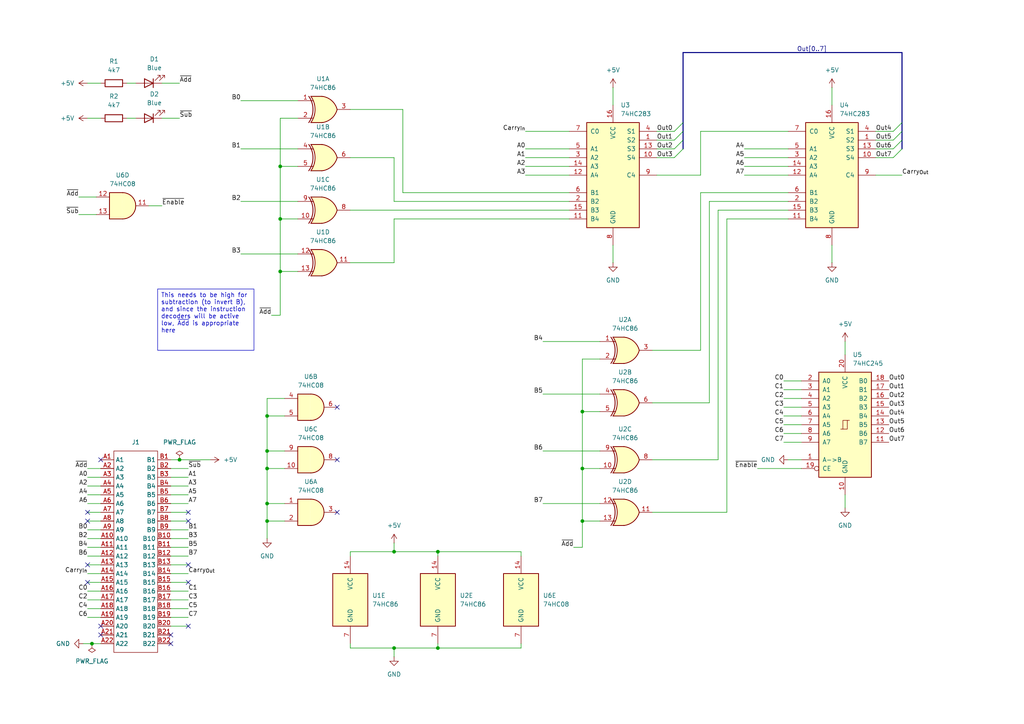
<source format=kicad_sch>
(kicad_sch (version 20231120) (generator "eeschema") (generator_version "8.0")
  (paper "A4")
  (lib_symbols
    (symbol "+5V_1" (power) (pin_numbers hide) (pin_names (offset 0) hide)
      (property "Value" "+5V" (at 0 3.556 0))
      (symbol "+5V_1_0_1"
        (polyline (pts (xy -0.762 1.27) (xy 0 2.54)))
        (polyline (pts (xy 0 0) (xy 0 2.54)))
        (polyline (pts (xy 0 2.54) (xy 0.762 1.27)))
      )
      (symbol "+5V_1_1_1"
        (pin power_in line (at 0 0 90) (length 0) (name "~") (number "1"))
      )
    )
    (symbol "+5V_2" (power) (pin_numbers hide) (pin_names (offset 0) hide)
      (property "Value" "+5V" (at 0 3.556 0))
      (symbol "+5V_2_0_1"
        (polyline (pts (xy -0.762 1.27) (xy 0 2.54)))
        (polyline (pts (xy 0 0) (xy 0 2.54)))
        (polyline (pts (xy 0 2.54) (xy 0.762 1.27)))
      )
      (symbol "+5V_2_1_1"
        (pin power_in line (at 0 0 90) (length 0) (name "~") (number "1"))
      )
    )
    (symbol "+5V_3" (power) (pin_numbers hide) (pin_names (offset 0) hide)
      (property "Value" "+5V" (at 0 3.556 0))
      (symbol "+5V_3_0_1"
        (polyline (pts (xy -0.762 1.27) (xy 0 2.54)))
        (polyline (pts (xy 0 0) (xy 0 2.54)))
        (polyline (pts (xy 0 2.54) (xy 0.762 1.27)))
      )
      (symbol "+5V_3_1_1"
        (pin power_in line (at 0 0 90) (length 0) (name "~") (number "1"))
      )
    )
    (symbol "74xx:74HC245" (pin_names (offset 1.016))
      (property "Reference" "U" (at -7.62 16.51 0))
      (property "Value" "74HC245" (at -7.62 -16.51 0))
      (symbol "74HC245_1_0"
        (polyline (pts (xy -0.635 -1.27) (xy -0.635 1.27) (xy 0.635 1.27)))
        (polyline (pts (xy -1.27 -1.27) (xy 0.635 -1.27) (xy 0.635 1.27) (xy 1.27 1.27)))
        (pin input line (at -12.7 -10.16 0) (length 5.08) (name "A->B") (number "1"))
        (pin power_in line (at 0 -20.32 90) (length 5.08) (name "GND") (number "10"))
        (pin tri_state line (at 12.7 -5.08 180) (length 5.08) (name "B7") (number "11"))
        (pin tri_state line (at 12.7 -2.54 180) (length 5.08) (name "B6") (number "12"))
        (pin tri_state line (at 12.7 0 180) (length 5.08) (name "B5") (number "13"))
        (pin tri_state line (at 12.7 2.54 180) (length 5.08) (name "B4") (number "14"))
        (pin tri_state line (at 12.7 5.08 180) (length 5.08) (name "B3") (number "15"))
        (pin tri_state line (at 12.7 7.62 180) (length 5.08) (name "B2") (number "16"))
        (pin tri_state line (at 12.7 10.16 180) (length 5.08) (name "B1") (number "17"))
        (pin tri_state line (at 12.7 12.7 180) (length 5.08) (name "B0") (number "18"))
        (pin input inverted (at -12.7 -12.7 0) (length 5.08) (name "CE") (number "19"))
        (pin tri_state line (at -12.7 12.7 0) (length 5.08) (name "A0") (number "2"))
        (pin power_in line (at 0 20.32 270) (length 5.08) (name "VCC") (number "20"))
        (pin tri_state line (at -12.7 10.16 0) (length 5.08) (name "A1") (number "3"))
        (pin tri_state line (at -12.7 7.62 0) (length 5.08) (name "A2") (number "4"))
        (pin tri_state line (at -12.7 5.08 0) (length 5.08) (name "A3") (number "5"))
        (pin tri_state line (at -12.7 2.54 0) (length 5.08) (name "A4") (number "6"))
        (pin tri_state line (at -12.7 0 0) (length 5.08) (name "A5") (number "7"))
        (pin tri_state line (at -12.7 -2.54 0) (length 5.08) (name "A6") (number "8"))
        (pin tri_state line (at -12.7 -5.08 0) (length 5.08) (name "A7") (number "9"))
      )
      (symbol "74HC245_1_1"
        (rectangle (start -7.62 15.24) (end 7.62 -15.24) (stroke (width 0.254)) (fill (type background)))
      )
    )
    (symbol "74xx:74HC86" (pin_names (offset 1.016))
      (property "Reference" "U" (at 0 1.27 0))
      (property "Value" "74HC86" (at 0 -1.27 0))
      (symbol "74HC86_1_0"
        (arc (start -4.4196 -3.81) (mid -3.2033 0) (end -4.4196 3.81) (stroke (width 0.254)))
        (arc (start -3.81 -3.81) (mid -2.589 0) (end -3.81 3.81) (stroke (width 0.254)))
        (arc (start -0.6096 -3.81) (mid 2.1842 -2.5851) (end 3.81 0) (stroke (width 0.254)) (fill (type background)))
        (polyline (pts (xy -3.81 -3.81) (xy -0.635 -3.81)) (stroke (width 0.254)) (fill (type background)))
        (polyline (pts (xy -3.81 3.81) (xy -0.635 3.81)) (stroke (width 0.254)) (fill (type background)))
        (polyline (pts (xy -0.635 3.81) (xy -3.81 3.81) (xy -3.81 3.81) (xy -3.556 3.4036) (xy -3.0226 2.2606) (xy -2.6924 1.0414) (xy -2.6162 -0.254) (xy -2.7686 -1.4986) (xy -3.175 -2.7178) (xy -3.81 -3.81) (xy -3.81 -3.81) (xy -0.635 -3.81)) (stroke (width -25.4)) (fill (type background)))
        (arc (start 3.81 0) (mid 2.1915 2.5936) (end -0.6096 3.81) (stroke (width 0.254)) (fill (type background)))
        (pin input line (at -7.62 2.54 0) (length 4.445) (name "~") (number "1"))
        (pin input line (at -7.62 -2.54 0) (length 4.445) (name "~") (number "2"))
        (pin output line (at 7.62 0 180) (length 3.81) (name "~") (number "3"))
      )
      (symbol "74HC86_1_1"
        (polyline (pts (xy -3.81 -2.54) (xy -3.175 -2.54)) (stroke (width 0.1524)))
        (polyline (pts (xy -3.81 2.54) (xy -3.175 2.54)) (stroke (width 0.1524)))
      )
      (symbol "74HC86_2_0"
        (arc (start -4.4196 -3.81) (mid -3.2033 0) (end -4.4196 3.81) (stroke (width 0.254)))
        (arc (start -3.81 -3.81) (mid -2.589 0) (end -3.81 3.81) (stroke (width 0.254)))
        (arc (start -0.6096 -3.81) (mid 2.1842 -2.5851) (end 3.81 0) (stroke (width 0.254)) (fill (type background)))
        (polyline (pts (xy -3.81 -3.81) (xy -0.635 -3.81)) (stroke (width 0.254)) (fill (type background)))
        (polyline (pts (xy -3.81 3.81) (xy -0.635 3.81)) (stroke (width 0.254)) (fill (type background)))
        (polyline (pts (xy -0.635 3.81) (xy -3.81 3.81) (xy -3.81 3.81) (xy -3.556 3.4036) (xy -3.0226 2.2606) (xy -2.6924 1.0414) (xy -2.6162 -0.254) (xy -2.7686 -1.4986) (xy -3.175 -2.7178) (xy -3.81 -3.81) (xy -3.81 -3.81) (xy -0.635 -3.81)) (stroke (width -25.4)) (fill (type background)))
        (arc (start 3.81 0) (mid 2.1915 2.5936) (end -0.6096 3.81) (stroke (width 0.254)) (fill (type background)))
        (pin input line (at -7.62 2.54 0) (length 4.445) (name "~") (number "4"))
        (pin input line (at -7.62 -2.54 0) (length 4.445) (name "~") (number "5"))
        (pin output line (at 7.62 0 180) (length 3.81) (name "~") (number "6"))
      )
      (symbol "74HC86_2_1"
        (polyline (pts (xy -3.81 -2.54) (xy -3.175 -2.54)) (stroke (width 0.1524)))
        (polyline (pts (xy -3.81 2.54) (xy -3.175 2.54)) (stroke (width 0.1524)))
      )
      (symbol "74HC86_3_0"
        (arc (start -4.4196 -3.81) (mid -3.2033 0) (end -4.4196 3.81) (stroke (width 0.254)))
        (arc (start -3.81 -3.81) (mid -2.589 0) (end -3.81 3.81) (stroke (width 0.254)))
        (arc (start -0.6096 -3.81) (mid 2.1842 -2.5851) (end 3.81 0) (stroke (width 0.254)) (fill (type background)))
        (polyline (pts (xy -3.81 -3.81) (xy -0.635 -3.81)) (stroke (width 0.254)) (fill (type background)))
        (polyline (pts (xy -3.81 3.81) (xy -0.635 3.81)) (stroke (width 0.254)) (fill (type background)))
        (polyline (pts (xy -0.635 3.81) (xy -3.81 3.81) (xy -3.81 3.81) (xy -3.556 3.4036) (xy -3.0226 2.2606) (xy -2.6924 1.0414) (xy -2.6162 -0.254) (xy -2.7686 -1.4986) (xy -3.175 -2.7178) (xy -3.81 -3.81) (xy -3.81 -3.81) (xy -0.635 -3.81)) (stroke (width -25.4)) (fill (type background)))
        (arc (start 3.81 0) (mid 2.1915 2.5936) (end -0.6096 3.81) (stroke (width 0.254)) (fill (type background)))
        (pin input line (at -7.62 -2.54 0) (length 4.445) (name "~") (number "10"))
        (pin output line (at 7.62 0 180) (length 3.81) (name "~") (number "8"))
        (pin input line (at -7.62 2.54 0) (length 4.445) (name "~") (number "9"))
      )
      (symbol "74HC86_3_1"
        (polyline (pts (xy -3.81 -2.54) (xy -3.175 -2.54)) (stroke (width 0.1524)))
        (polyline (pts (xy -3.81 2.54) (xy -3.175 2.54)) (stroke (width 0.1524)))
      )
      (symbol "74HC86_4_0"
        (arc (start -4.4196 -3.81) (mid -3.2033 0) (end -4.4196 3.81) (stroke (width 0.254)))
        (arc (start -3.81 -3.81) (mid -2.589 0) (end -3.81 3.81) (stroke (width 0.254)))
        (arc (start -0.6096 -3.81) (mid 2.1842 -2.5851) (end 3.81 0) (stroke (width 0.254)) (fill (type background)))
        (polyline (pts (xy -3.81 -3.81) (xy -0.635 -3.81)) (stroke (width 0.254)) (fill (type background)))
        (polyline (pts (xy -3.81 3.81) (xy -0.635 3.81)) (stroke (width 0.254)) (fill (type background)))
        (polyline (pts (xy -0.635 3.81) (xy -3.81 3.81) (xy -3.81 3.81) (xy -3.556 3.4036) (xy -3.0226 2.2606) (xy -2.6924 1.0414) (xy -2.6162 -0.254) (xy -2.7686 -1.4986) (xy -3.175 -2.7178) (xy -3.81 -3.81) (xy -3.81 -3.81) (xy -0.635 -3.81)) (stroke (width -25.4)) (fill (type background)))
        (arc (start 3.81 0) (mid 2.1915 2.5936) (end -0.6096 3.81) (stroke (width 0.254)) (fill (type background)))
        (pin output line (at 7.62 0 180) (length 3.81) (name "~") (number "11"))
        (pin input line (at -7.62 2.54 0) (length 4.445) (name "~") (number "12"))
        (pin input line (at -7.62 -2.54 0) (length 4.445) (name "~") (number "13"))
      )
      (symbol "74HC86_4_1"
        (polyline (pts (xy -3.81 -2.54) (xy -3.175 -2.54)) (stroke (width 0.1524)))
        (polyline (pts (xy -3.81 2.54) (xy -3.175 2.54)) (stroke (width 0.1524)))
      )
      (symbol "74HC86_5_0"
        (pin power_in line (at 0 12.7 270) (length 5.08) (name "VCC") (number "14"))
        (pin power_in line (at 0 -12.7 90) (length 5.08) (name "GND") (number "7"))
      )
      (symbol "74HC86_5_1"
        (rectangle (start -5.08 7.62) (end 5.08 -7.62) (stroke (width 0.254)) (fill (type background)))
      )
    )
    (symbol "74xx:74LS08" (pin_names (offset 1.016))
      (property "Reference" "U" (at 0 1.27 0))
      (property "Value" "74LS08" (at 0 -1.27 0))
      (symbol "74LS08_1_1"
        (arc (start 0 -3.81) (mid 3.7934 0) (end 0 3.81) (stroke (width 0.254)) (fill (type background)))
        (polyline (pts (xy 0 3.81) (xy -3.81 3.81) (xy -3.81 -3.81) (xy 0 -3.81)) (stroke (width 0.254)) (fill (type background)))
        (pin input line (at -7.62 2.54 0) (length 3.81) (name "~") (number "1"))
        (pin input line (at -7.62 -2.54 0) (length 3.81) (name "~") (number "2"))
        (pin output line (at 7.62 0 180) (length 3.81) (name "~") (number "3"))
      )
      (symbol "74LS08_1_2"
        (arc (start -3.81 -3.81) (mid -2.589 0) (end -3.81 3.81) (stroke (width 0.254)))
        (arc (start -0.6096 -3.81) (mid 2.1842 -2.5851) (end 3.81 0) (stroke (width 0.254)) (fill (type background)))
        (polyline (pts (xy -3.81 -3.81) (xy -0.635 -3.81)) (stroke (width 0.254)) (fill (type background)))
        (polyline (pts (xy -3.81 3.81) (xy -0.635 3.81)) (stroke (width 0.254)) (fill (type background)))
        (polyline (pts (xy -0.635 3.81) (xy -3.81 3.81) (xy -3.81 3.81) (xy -3.556 3.4036) (xy -3.0226 2.2606) (xy -2.6924 1.0414) (xy -2.6162 -0.254) (xy -2.7686 -1.4986) (xy -3.175 -2.7178) (xy -3.81 -3.81) (xy -3.81 -3.81) (xy -0.635 -3.81)) (stroke (width -25.4)) (fill (type background)))
        (arc (start 3.81 0) (mid 2.1915 2.5936) (end -0.6096 3.81) (stroke (width 0.254)) (fill (type background)))
        (pin input inverted (at -7.62 2.54 0) (length 4.318) (name "~") (number "1"))
        (pin input inverted (at -7.62 -2.54 0) (length 4.318) (name "~") (number "2"))
        (pin output inverted (at 7.62 0 180) (length 3.81) (name "~") (number "3"))
      )
      (symbol "74LS08_2_1"
        (arc (start 0 -3.81) (mid 3.7934 0) (end 0 3.81) (stroke (width 0.254)) (fill (type background)))
        (polyline (pts (xy 0 3.81) (xy -3.81 3.81) (xy -3.81 -3.81) (xy 0 -3.81)) (stroke (width 0.254)) (fill (type background)))
        (pin input line (at -7.62 2.54 0) (length 3.81) (name "~") (number "4"))
        (pin input line (at -7.62 -2.54 0) (length 3.81) (name "~") (number "5"))
        (pin output line (at 7.62 0 180) (length 3.81) (name "~") (number "6"))
      )
      (symbol "74LS08_2_2"
        (arc (start -3.81 -3.81) (mid -2.589 0) (end -3.81 3.81) (stroke (width 0.254)))
        (arc (start -0.6096 -3.81) (mid 2.1842 -2.5851) (end 3.81 0) (stroke (width 0.254)) (fill (type background)))
        (polyline (pts (xy -3.81 -3.81) (xy -0.635 -3.81)) (stroke (width 0.254)) (fill (type background)))
        (polyline (pts (xy -3.81 3.81) (xy -0.635 3.81)) (stroke (width 0.254)) (fill (type background)))
        (polyline (pts (xy -0.635 3.81) (xy -3.81 3.81) (xy -3.81 3.81) (xy -3.556 3.4036) (xy -3.0226 2.2606) (xy -2.6924 1.0414) (xy -2.6162 -0.254) (xy -2.7686 -1.4986) (xy -3.175 -2.7178) (xy -3.81 -3.81) (xy -3.81 -3.81) (xy -0.635 -3.81)) (stroke (width -25.4)) (fill (type background)))
        (arc (start 3.81 0) (mid 2.1915 2.5936) (end -0.6096 3.81) (stroke (width 0.254)) (fill (type background)))
        (pin input inverted (at -7.62 2.54 0) (length 4.318) (name "~") (number "4"))
        (pin input inverted (at -7.62 -2.54 0) (length 4.318) (name "~") (number "5"))
        (pin output inverted (at 7.62 0 180) (length 3.81) (name "~") (number "6"))
      )
      (symbol "74LS08_3_1"
        (arc (start 0 -3.81) (mid 3.7934 0) (end 0 3.81) (stroke (width 0.254)) (fill (type background)))
        (polyline (pts (xy 0 3.81) (xy -3.81 3.81) (xy -3.81 -3.81) (xy 0 -3.81)) (stroke (width 0.254)) (fill (type background)))
        (pin input line (at -7.62 -2.54 0) (length 3.81) (name "~") (number "10"))
        (pin output line (at 7.62 0 180) (length 3.81) (name "~") (number "8"))
        (pin input line (at -7.62 2.54 0) (length 3.81) (name "~") (number "9"))
      )
      (symbol "74LS08_3_2"
        (arc (start -3.81 -3.81) (mid -2.589 0) (end -3.81 3.81) (stroke (width 0.254)))
        (arc (start -0.6096 -3.81) (mid 2.1842 -2.5851) (end 3.81 0) (stroke (width 0.254)) (fill (type background)))
        (polyline (pts (xy -3.81 -3.81) (xy -0.635 -3.81)) (stroke (width 0.254)) (fill (type background)))
        (polyline (pts (xy -3.81 3.81) (xy -0.635 3.81)) (stroke (width 0.254)) (fill (type background)))
        (polyline (pts (xy -0.635 3.81) (xy -3.81 3.81) (xy -3.81 3.81) (xy -3.556 3.4036) (xy -3.0226 2.2606) (xy -2.6924 1.0414) (xy -2.6162 -0.254) (xy -2.7686 -1.4986) (xy -3.175 -2.7178) (xy -3.81 -3.81) (xy -3.81 -3.81) (xy -0.635 -3.81)) (stroke (width -25.4)) (fill (type background)))
        (arc (start 3.81 0) (mid 2.1915 2.5936) (end -0.6096 3.81) (stroke (width 0.254)) (fill (type background)))
        (pin input inverted (at -7.62 -2.54 0) (length 4.318) (name "~") (number "10"))
        (pin output inverted (at 7.62 0 180) (length 3.81) (name "~") (number "8"))
        (pin input inverted (at -7.62 2.54 0) (length 4.318) (name "~") (number "9"))
      )
      (symbol "74LS08_4_1"
        (arc (start 0 -3.81) (mid 3.7934 0) (end 0 3.81) (stroke (width 0.254)) (fill (type background)))
        (polyline (pts (xy 0 3.81) (xy -3.81 3.81) (xy -3.81 -3.81) (xy 0 -3.81)) (stroke (width 0.254)) (fill (type background)))
        (pin output line (at 7.62 0 180) (length 3.81) (name "~") (number "11"))
        (pin input line (at -7.62 2.54 0) (length 3.81) (name "~") (number "12"))
        (pin input line (at -7.62 -2.54 0) (length 3.81) (name "~") (number "13"))
      )
      (symbol "74LS08_4_2"
        (arc (start -3.81 -3.81) (mid -2.589 0) (end -3.81 3.81) (stroke (width 0.254)))
        (arc (start -0.6096 -3.81) (mid 2.1842 -2.5851) (end 3.81 0) (stroke (width 0.254)) (fill (type background)))
        (polyline (pts (xy -3.81 -3.81) (xy -0.635 -3.81)) (stroke (width 0.254)) (fill (type background)))
        (polyline (pts (xy -3.81 3.81) (xy -0.635 3.81)) (stroke (width 0.254)) (fill (type background)))
        (polyline (pts (xy -0.635 3.81) (xy -3.81 3.81) (xy -3.81 3.81) (xy -3.556 3.4036) (xy -3.0226 2.2606) (xy -2.6924 1.0414) (xy -2.6162 -0.254) (xy -2.7686 -1.4986) (xy -3.175 -2.7178) (xy -3.81 -3.81) (xy -3.81 -3.81) (xy -0.635 -3.81)) (stroke (width -25.4)) (fill (type background)))
        (arc (start 3.81 0) (mid 2.1915 2.5936) (end -0.6096 3.81) (stroke (width 0.254)) (fill (type background)))
        (pin output inverted (at 7.62 0 180) (length 3.81) (name "~") (number "11"))
        (pin input inverted (at -7.62 2.54 0) (length 4.318) (name "~") (number "12"))
        (pin input inverted (at -7.62 -2.54 0) (length 4.318) (name "~") (number "13"))
      )
      (symbol "74LS08_5_0"
        (pin power_in line (at 0 12.7 270) (length 5.08) (name "VCC") (number "14"))
        (pin power_in line (at 0 -12.7 90) (length 5.08) (name "GND") (number "7"))
      )
      (symbol "74LS08_5_1"
        (rectangle (start -5.08 7.62) (end 5.08 -7.62) (stroke (width 0.254)) (fill (type background)))
      )
    )
    (symbol "74xx:74LS283" (pin_names (offset 1.016))
      (property "Reference" "U" (at -7.62 16.51 0))
      (property "Value" "74LS283" (at -7.62 -16.51 0))
      (symbol "74LS283_1_0"
        (pin output line (at 12.7 10.16 180) (length 5.08) (name "S2") (number "1"))
        (pin output line (at 12.7 5.08 180) (length 5.08) (name "S4") (number "10"))
        (pin input line (at -12.7 -12.7 0) (length 5.08) (name "B4") (number "11"))
        (pin input line (at -12.7 0 0) (length 5.08) (name "A4") (number "12"))
        (pin output line (at 12.7 7.62 180) (length 5.08) (name "S3") (number "13"))
        (pin input line (at -12.7 2.54 0) (length 5.08) (name "A3") (number "14"))
        (pin input line (at -12.7 -10.16 0) (length 5.08) (name "B3") (number "15"))
        (pin power_in line (at 0 20.32 270) (length 5.08) (name "VCC") (number "16"))
        (pin input line (at -12.7 -7.62 0) (length 5.08) (name "B2") (number "2"))
        (pin input line (at -12.7 5.08 0) (length 5.08) (name "A2") (number "3"))
        (pin output line (at 12.7 12.7 180) (length 5.08) (name "S1") (number "4"))
        (pin input line (at -12.7 7.62 0) (length 5.08) (name "A1") (number "5"))
        (pin input line (at -12.7 -5.08 0) (length 5.08) (name "B1") (number "6"))
        (pin input line (at -12.7 12.7 0) (length 5.08) (name "C0") (number "7"))
        (pin power_in line (at 0 -20.32 90) (length 5.08) (name "GND") (number "8"))
        (pin output line (at 12.7 0 180) (length 5.08) (name "C4") (number "9"))
      )
      (symbol "74LS283_1_1"
        (rectangle (start -7.62 15.24) (end 7.62 -15.24) (stroke (width 0.254)) (fill (type background)))
      )
    )
    (symbol "BoardEdgeConnectors:TE-5530843-4"
      (property "Reference" "J" (at -0.254 30.988 0))
      (symbol "TE-5530843-4_0_1"
        (rectangle (start -6.35 29.21) (end 6.35 -29.21))
      )
      (symbol "TE-5530843-4_1_1"
        (pin passive line (at -10.16 26.67 0) (length 3.81) (name "A1") (number "A1"))
        (pin passive line (at -10.16 3.81 0) (length 3.81) (name "A10") (number "A10"))
        (pin passive line (at -10.16 1.27 0) (length 3.81) (name "A11") (number "A11"))
        (pin passive line (at -10.16 -1.27 0) (length 3.81) (name "A12") (number "A12"))
        (pin passive line (at -10.16 -3.81 0) (length 3.81) (name "A13") (number "A13"))
        (pin passive line (at -10.16 -6.35 0) (length 3.81) (name "A14") (number "A14"))
        (pin passive line (at -10.16 -8.89 0) (length 3.81) (name "A15") (number "A15"))
        (pin passive line (at -10.16 -11.43 0) (length 3.81) (name "A16") (number "A16"))
        (pin passive line (at -10.16 -13.97 0) (length 3.81) (name "A17") (number "A17"))
        (pin passive line (at -10.16 -16.51 0) (length 3.81) (name "A18") (number "A18"))
        (pin passive line (at -10.16 -19.05 0) (length 3.81) (name "A19") (number "A19"))
        (pin passive line (at -10.16 24.13 0) (length 3.81) (name "A2") (number "A2"))
        (pin passive line (at -10.16 -21.59 0) (length 3.81) (name "A20") (number "A20"))
        (pin passive line (at -10.16 -24.13 0) (length 3.81) (name "A21") (number "A21"))
        (pin passive line (at -10.16 -26.67 0) (length 3.81) (name "A22") (number "A22"))
        (pin passive line (at -10.16 21.59 0) (length 3.81) (name "A3") (number "A3"))
        (pin passive line (at -10.16 19.05 0) (length 3.81) (name "A4") (number "A4"))
        (pin passive line (at -10.16 16.51 0) (length 3.81) (name "A5") (number "A5"))
        (pin passive line (at -10.16 13.97 0) (length 3.81) (name "A6") (number "A6"))
        (pin passive line (at -10.16 11.43 0) (length 3.81) (name "A7") (number "A7"))
        (pin passive line (at -10.16 8.89 0) (length 3.81) (name "A8") (number "A8"))
        (pin passive line (at -10.16 6.35 0) (length 3.81) (name "A9") (number "A9"))
        (pin passive line (at 10.16 26.67 180) (length 3.81) (name "B1") (number "B1"))
        (pin passive line (at 10.16 3.81 180) (length 3.81) (name "B10") (number "B10"))
        (pin passive line (at 10.16 1.27 180) (length 3.81) (name "B11") (number "B11"))
        (pin passive line (at 10.16 -1.27 180) (length 3.81) (name "B12") (number "B12"))
        (pin passive line (at 10.16 -3.81 180) (length 3.81) (name "B13") (number "B13"))
        (pin passive line (at 10.16 -6.35 180) (length 3.81) (name "B14") (number "B14"))
        (pin passive line (at 10.16 -8.89 180) (length 3.81) (name "B15") (number "B15"))
        (pin passive line (at 10.16 -11.43 180) (length 3.81) (name "B16") (number "B16"))
        (pin passive line (at 10.16 -13.97 180) (length 3.81) (name "B17") (number "B17"))
        (pin passive line (at 10.16 -16.51 180) (length 3.81) (name "B18") (number "B18"))
        (pin passive line (at 10.16 -19.05 180) (length 3.81) (name "B19") (number "B19"))
        (pin passive line (at 10.16 24.13 180) (length 3.81) (name "B2") (number "B2"))
        (pin passive line (at 10.16 -21.59 180) (length 3.81) (name "B20") (number "B20"))
        (pin passive line (at 10.16 -24.13 180) (length 3.81) (name "B21") (number "B21"))
        (pin passive line (at 10.16 -26.67 180) (length 3.81) (name "B22") (number "B22"))
        (pin passive line (at 10.16 21.59 180) (length 3.81) (name "B3") (number "B3"))
        (pin passive line (at 10.16 19.05 180) (length 3.81) (name "B4") (number "B4"))
        (pin passive line (at 10.16 16.51 180) (length 3.81) (name "B5") (number "B5"))
        (pin passive line (at 10.16 13.97 180) (length 3.81) (name "B6") (number "B6"))
        (pin passive line (at 10.16 11.43 180) (length 3.81) (name "B7") (number "B7"))
        (pin passive line (at 10.16 8.89 180) (length 3.81) (name "B8") (number "B8"))
        (pin passive line (at 10.16 6.35 180) (length 3.81) (name "B9") (number "B9"))
      )
    )
    (symbol "Device:LED" (pin_numbers hide) (pin_names (offset 1.016) hide)
      (property "Reference" "D" (at 0 2.54 0))
      (property "Value" "LED" (at 0 -2.54 0))
      (symbol "LED_0_1"
        (polyline (pts (xy -1.27 -1.27) (xy -1.27 1.27)) (stroke (width 0.254)))
        (polyline (pts (xy -1.27 0) (xy 1.27 0)))
        (polyline (pts (xy 1.27 -1.27) (xy 1.27 1.27) (xy -1.27 0) (xy 1.27 -1.27)) (stroke (width 0.254)))
        (polyline (pts (xy -3.048 -0.762) (xy -4.572 -2.286) (xy -3.81 -2.286) (xy -4.572 -2.286) (xy -4.572 -1.524)))
        (polyline (pts (xy -1.778 -0.762) (xy -3.302 -2.286) (xy -2.54 -2.286) (xy -3.302 -2.286) (xy -3.302 -1.524)))
      )
      (symbol "LED_1_1"
        (pin passive line (at -3.81 0 0) (length 2.54) (name "K") (number "1"))
        (pin passive line (at 3.81 0 180) (length 2.54) (name "A") (number "2"))
      )
    )
    (symbol "Device:R" (pin_numbers hide) (pin_names (offset 0))
      (property "Reference" "R" (at 2.032 0 90))
      (property "Value" "R" (at 0 0 90))
      (symbol "R_0_1"
        (rectangle (start -1.016 -2.54) (end 1.016 2.54) (stroke (width 0.254)))
      )
      (symbol "R_1_1"
        (pin passive line (at 0 3.81 270) (length 1.27) (name "~") (number "1"))
        (pin passive line (at 0 -3.81 90) (length 1.27) (name "~") (number "2"))
      )
    )
    (symbol "GND_1" (power) (pin_numbers hide) (pin_names (offset 0) hide)
      (property "Value" "GND" (at 0 -3.81 0))
      (symbol "GND_1_0_1"
        (polyline (pts (xy 0 0) (xy 0 -1.27) (xy 1.27 -1.27) (xy 0 -2.54) (xy -1.27 -1.27) (xy 0 -1.27)))
      )
      (symbol "GND_1_1_1"
        (pin power_in line (at 0 0 270) (length 0) (name "~") (number "1"))
      )
    )
    (symbol "GND_2" (power) (pin_numbers hide) (pin_names (offset 0) hide)
      (property "Value" "GND" (at 0 -3.81 0))
      (symbol "GND_2_0_1"
        (polyline (pts (xy 0 0) (xy 0 -1.27) (xy 1.27 -1.27) (xy 0 -2.54) (xy -1.27 -1.27) (xy 0 -1.27)))
      )
      (symbol "GND_2_1_1"
        (pin power_in line (at 0 0 270) (length 0) (name "~") (number "1"))
      )
    )
    (symbol "GND_3" (power) (pin_numbers hide) (pin_names (offset 0) hide)
      (property "Value" "GND" (at 0 -3.81 0))
      (symbol "GND_3_0_1"
        (polyline (pts (xy 0 0) (xy 0 -1.27) (xy 1.27 -1.27) (xy 0 -2.54) (xy -1.27 -1.27) (xy 0 -1.27)))
      )
      (symbol "GND_3_1_1"
        (pin power_in line (at 0 0 270) (length 0) (name "~") (number "1"))
      )
    )
    (symbol "GND_4" (power) (pin_numbers hide) (pin_names (offset 0) hide)
      (property "Value" "GND" (at 0 -3.81 0))
      (symbol "GND_4_0_1"
        (polyline (pts (xy 0 0) (xy 0 -1.27) (xy 1.27 -1.27) (xy 0 -2.54) (xy -1.27 -1.27) (xy 0 -1.27)))
      )
      (symbol "GND_4_1_1"
        (pin power_in line (at 0 0 270) (length 0) (name "~") (number "1"))
      )
    )
    (symbol "power:+5V" (power) (pin_names (offset 0))
      (property "Value" "+5V" (at 0 3.556 0))
      (symbol "+5V_0_1"
        (polyline (pts (xy -0.762 1.27) (xy 0 2.54)))
        (polyline (pts (xy 0 0) (xy 0 2.54)))
        (polyline (pts (xy 0 2.54) (xy 0.762 1.27)))
      )
      (symbol "+5V_1_1"
        (pin power_in line (at 0 0 90) (length 0) hide (name "+5V") (number "1"))
      )
    )
    (symbol "power:GND" (power) (pin_names (offset 0))
      (property "Value" "GND" (at 0 -3.81 0))
      (symbol "GND_0_1"
        (polyline (pts (xy 0 0) (xy 0 -1.27) (xy 1.27 -1.27) (xy 0 -2.54) (xy -1.27 -1.27) (xy 0 -1.27)))
      )
      (symbol "GND_1_1"
        (pin power_in line (at 0 0 270) (length 0) hide (name "GND") (number "1"))
      )
    )
    (symbol "power:PWR_FLAG" (power) (pin_numbers hide) (pin_names (offset 0) hide)
      (property "Value" "PWR_FLAG" (at 0 3.81 0))
      (symbol "PWR_FLAG_0_0"
        (pin power_out line (at 0 0 90) (length 0) (name "~") (number "1"))
      )
      (symbol "PWR_FLAG_0_1"
        (polyline (pts (xy 0 0) (xy 0 1.27) (xy -1.016 1.905) (xy 0 2.54) (xy 1.016 1.905) (xy 0 1.27)))
      )
    )
  )
  (junction (at 114.3 160.02))
  (junction (at 168.91 135.89))
  (junction (at 81.28 48.26))
  (junction (at 81.28 63.5))
  (junction (at 26.67 186.69))
  (junction (at 77.47 135.89))
  (junction (at 77.47 151.13))
  (junction (at 127 160.02))
  (junction (at 114.3 187.96))
  (junction (at 127 187.96))
  (junction (at 81.28 78.74))
  (junction (at 52.07 133.35))
  (junction (at 168.91 151.13))
  (junction (at 77.47 146.05))
  (junction (at 168.91 119.38))
  (junction (at 77.47 120.65))
  (junction (at 77.47 130.81))
  (no_connect (at 97.79 133.35))
  (no_connect (at 25.4 151.13))
  (no_connect (at 29.21 133.35))
  (no_connect (at 49.53 184.15))
  (no_connect (at 29.21 184.15))
  (no_connect (at 25.4 148.59))
  (no_connect (at 25.4 163.83))
  (no_connect (at 97.79 118.11))
  (no_connect (at 29.21 181.61))
  (no_connect (at 25.4 168.91))
  (no_connect (at 97.79 148.59))
  (no_connect (at 49.53 186.69))
  (no_connect (at 54.61 151.13))
  (no_connect (at 54.61 148.59))
  (no_connect (at 54.61 168.91))
  (no_connect (at 54.61 163.83))
  (no_connect (at 54.61 181.61))
  (bus_entry (at 198.12 38.1) (size -2.54 2.54))
  (bus_entry (at 261.62 40.64) (size -2.54 2.54))
  (bus_entry (at 261.62 35.56) (size -2.54 2.54))
  (bus_entry (at 198.12 43.18) (size -2.54 2.54))
  (bus_entry (at 198.12 40.64) (size -2.54 2.54))
  (bus_entry (at 261.62 43.18) (size -2.54 2.54))
  (bus_entry (at 198.12 35.56) (size -2.54 2.54))
  (bus_entry (at 261.62 38.1) (size -2.54 2.54))
  (wire (pts (xy 25.4 163.83) (xy 29.21 163.83)))
  (wire (pts (xy 81.28 48.26) (xy 81.28 34.29)))
  (wire (pts (xy 49.53 151.13) (xy 54.61 151.13)))
  (wire (pts (xy 227.33 128.27) (xy 232.41 128.27)))
  (wire (pts (xy 227.33 125.73) (xy 232.41 125.73)))
  (wire (pts (xy 114.3 187.96) (xy 114.3 190.5)))
  (wire (pts (xy 49.53 140.97) (xy 54.61 140.97)))
  (wire (pts (xy 25.4 135.89) (xy 29.21 135.89)))
  (wire (pts (xy 77.47 130.81) (xy 77.47 120.65)))
  (wire (pts (xy 152.4 43.18) (xy 165.1 43.18)))
  (wire (pts (xy 22.86 62.23) (xy 27.94 62.23)))
  (wire (pts (xy 127 160.02) (xy 127 161.29)))
  (wire (pts (xy 114.3 187.96) (xy 127 187.96)))
  (wire (pts (xy 152.4 50.8) (xy 165.1 50.8)))
  (wire (pts (xy 245.11 102.87) (xy 245.11 99.06)))
  (wire (pts (xy 157.48 99.06) (xy 173.99 99.06)))
  (wire (pts (xy 77.47 135.89) (xy 82.55 135.89)))
  (wire (pts (xy 241.3 71.12) (xy 241.3 76.2)))
  (wire (pts (xy 81.28 48.26) (xy 86.36 48.26)))
  (wire (pts (xy 210.82 148.59) (xy 189.23 148.59)))
  (wire (pts (xy 77.47 151.13) (xy 77.47 146.05)))
  (wire (pts (xy 81.28 63.5) (xy 81.28 48.26)))
  (wire (pts (xy 168.91 135.89) (xy 173.99 135.89)))
  (wire (pts (xy 49.53 148.59) (xy 54.61 148.59)))
  (wire (pts (xy 25.4 161.29) (xy 29.21 161.29)))
  (wire (pts (xy 168.91 151.13) (xy 168.91 158.75)))
  (wire (pts (xy 25.4 24.13) (xy 29.21 24.13)))
  (bus (pts (xy 261.62 38.1) (xy 261.62 40.64)))
  (wire (pts (xy 166.37 158.75) (xy 168.91 158.75)))
  (wire (pts (xy 157.48 146.05) (xy 173.99 146.05)))
  (wire (pts (xy 49.53 163.83) (xy 54.61 163.83)))
  (wire (pts (xy 228.6 58.42) (xy 205.74 58.42)))
  (wire (pts (xy 77.47 146.05) (xy 82.55 146.05)))
  (bus (pts (xy 198.12 43.18) (xy 198.12 40.64)))
  (wire (pts (xy 245.11 147.32) (xy 245.11 143.51)))
  (wire (pts (xy 203.2 101.6) (xy 203.2 55.88)))
  (wire (pts (xy 101.6 187.96) (xy 114.3 187.96)))
  (wire (pts (xy 215.9 45.72) (xy 228.6 45.72)))
  (wire (pts (xy 165.1 63.5) (xy 114.3 63.5)))
  (wire (pts (xy 114.3 63.5) (xy 114.3 76.2)))
  (wire (pts (xy 227.33 113.03) (xy 232.41 113.03)))
  (wire (pts (xy 165.1 58.42) (xy 114.3 58.42)))
  (wire (pts (xy 116.84 31.75) (xy 101.6 31.75)))
  (wire (pts (xy 69.85 29.21) (xy 86.36 29.21)))
  (wire (pts (xy 101.6 186.69) (xy 101.6 187.96)))
  (wire (pts (xy 77.47 135.89) (xy 77.47 130.81)))
  (wire (pts (xy 81.28 63.5) (xy 86.36 63.5)))
  (bus (pts (xy 198.12 15.24) (xy 261.62 15.24)))
  (wire (pts (xy 215.9 50.8) (xy 228.6 50.8)))
  (wire (pts (xy 254 45.72) (xy 259.08 45.72)))
  (wire (pts (xy 49.53 133.35) (xy 52.07 133.35)))
  (wire (pts (xy 69.85 58.42) (xy 86.36 58.42)))
  (wire (pts (xy 127 187.96) (xy 151.13 187.96)))
  (wire (pts (xy 116.84 55.88) (xy 116.84 31.75)))
  (wire (pts (xy 190.5 50.8) (xy 203.2 50.8)))
  (wire (pts (xy 205.74 116.84) (xy 189.23 116.84)))
  (wire (pts (xy 215.9 43.18) (xy 228.6 43.18)))
  (bus (pts (xy 261.62 15.24) (xy 261.62 35.56)))
  (wire (pts (xy 49.53 176.53) (xy 54.61 176.53)))
  (wire (pts (xy 25.4 146.05) (xy 29.21 146.05)))
  (wire (pts (xy 254 43.18) (xy 259.08 43.18)))
  (wire (pts (xy 81.28 91.44) (xy 81.28 78.74)))
  (wire (pts (xy 25.4 179.07) (xy 29.21 179.07)))
  (wire (pts (xy 25.4 140.97) (xy 29.21 140.97)))
  (wire (pts (xy 177.8 25.4) (xy 177.8 30.48)))
  (wire (pts (xy 81.28 34.29) (xy 86.36 34.29)))
  (wire (pts (xy 165.1 55.88) (xy 116.84 55.88)))
  (wire (pts (xy 77.47 130.81) (xy 82.55 130.81)))
  (wire (pts (xy 114.3 45.72) (xy 101.6 45.72)))
  (wire (pts (xy 173.99 104.14) (xy 168.91 104.14)))
  (wire (pts (xy 49.53 158.75) (xy 54.61 158.75)))
  (wire (pts (xy 254 38.1) (xy 259.08 38.1)))
  (wire (pts (xy 189.23 101.6) (xy 203.2 101.6)))
  (wire (pts (xy 49.53 156.21) (xy 54.61 156.21)))
  (wire (pts (xy 52.07 133.35) (xy 60.96 133.35)))
  (wire (pts (xy 227.33 115.57) (xy 232.41 115.57)))
  (wire (pts (xy 49.53 161.29) (xy 54.61 161.29)))
  (wire (pts (xy 101.6 60.96) (xy 165.1 60.96)))
  (wire (pts (xy 25.4 158.75) (xy 29.21 158.75)))
  (wire (pts (xy 77.47 146.05) (xy 77.47 135.89)))
  (wire (pts (xy 25.4 151.13) (xy 29.21 151.13)))
  (wire (pts (xy 49.53 166.37) (xy 54.61 166.37)))
  (wire (pts (xy 49.53 153.67) (xy 54.61 153.67)))
  (wire (pts (xy 49.53 146.05) (xy 54.61 146.05)))
  (wire (pts (xy 152.4 48.26) (xy 165.1 48.26)))
  (wire (pts (xy 49.53 138.43) (xy 54.61 138.43)))
  (wire (pts (xy 49.53 181.61) (xy 54.61 181.61)))
  (wire (pts (xy 241.3 25.4) (xy 241.3 30.48)))
  (wire (pts (xy 114.3 58.42) (xy 114.3 45.72)))
  (wire (pts (xy 228.6 63.5) (xy 210.82 63.5)))
  (wire (pts (xy 190.5 40.64) (xy 195.58 40.64)))
  (wire (pts (xy 25.4 156.21) (xy 29.21 156.21)))
  (wire (pts (xy 177.8 71.12) (xy 177.8 76.2)))
  (wire (pts (xy 69.85 73.66) (xy 86.36 73.66)))
  (wire (pts (xy 227.33 118.11) (xy 232.41 118.11)))
  (wire (pts (xy 168.91 119.38) (xy 168.91 135.89)))
  (wire (pts (xy 215.9 48.26) (xy 228.6 48.26)))
  (wire (pts (xy 36.83 34.29) (xy 39.37 34.29)))
  (wire (pts (xy 232.41 135.89) (xy 219.71 135.89)))
  (wire (pts (xy 49.53 173.99) (xy 54.61 173.99)))
  (wire (pts (xy 208.28 133.35) (xy 208.28 60.96)))
  (wire (pts (xy 227.33 123.19) (xy 232.41 123.19)))
  (wire (pts (xy 168.91 151.13) (xy 173.99 151.13)))
  (wire (pts (xy 46.99 34.29) (xy 52.07 34.29)))
  (wire (pts (xy 49.53 143.51) (xy 54.61 143.51)))
  (wire (pts (xy 49.53 171.45) (xy 54.61 171.45)))
  (bus (pts (xy 261.62 40.64) (xy 261.62 43.18)))
  (wire (pts (xy 81.28 78.74) (xy 81.28 63.5)))
  (wire (pts (xy 69.85 43.18) (xy 86.36 43.18)))
  (wire (pts (xy 49.53 179.07) (xy 54.61 179.07)))
  (wire (pts (xy 152.4 38.1) (xy 165.1 38.1)))
  (wire (pts (xy 25.4 148.59) (xy 29.21 148.59)))
  (wire (pts (xy 49.53 135.89) (xy 54.61 135.89)))
  (bus (pts (xy 261.62 35.56) (xy 261.62 38.1)))
  (wire (pts (xy 208.28 60.96) (xy 228.6 60.96)))
  (wire (pts (xy 190.5 43.18) (xy 195.58 43.18)))
  (wire (pts (xy 43.18 59.69) (xy 46.99 59.69)))
  (wire (pts (xy 25.4 176.53) (xy 29.21 176.53)))
  (wire (pts (xy 22.86 57.15) (xy 27.94 57.15)))
  (bus (pts (xy 198.12 38.1) (xy 198.12 35.56)))
  (wire (pts (xy 114.3 157.48) (xy 114.3 160.02)))
  (wire (pts (xy 25.4 138.43) (xy 29.21 138.43)))
  (wire (pts (xy 77.47 120.65) (xy 82.55 120.65)))
  (wire (pts (xy 227.33 110.49) (xy 232.41 110.49)))
  (wire (pts (xy 46.99 24.13) (xy 52.07 24.13)))
  (wire (pts (xy 227.33 120.65) (xy 232.41 120.65)))
  (wire (pts (xy 114.3 160.02) (xy 127 160.02)))
  (wire (pts (xy 25.4 173.99) (xy 29.21 173.99)))
  (wire (pts (xy 157.48 114.3) (xy 173.99 114.3)))
  (wire (pts (xy 152.4 45.72) (xy 165.1 45.72)))
  (wire (pts (xy 77.47 151.13) (xy 82.55 151.13)))
  (wire (pts (xy 101.6 160.02) (xy 114.3 160.02)))
  (wire (pts (xy 101.6 161.29) (xy 101.6 160.02)))
  (wire (pts (xy 36.83 24.13) (xy 39.37 24.13)))
  (wire (pts (xy 190.5 45.72) (xy 195.58 45.72)))
  (wire (pts (xy 81.28 78.74) (xy 86.36 78.74)))
  (wire (pts (xy 78.74 91.44) (xy 81.28 91.44)))
  (wire (pts (xy 254 40.64) (xy 259.08 40.64)))
  (wire (pts (xy 25.4 143.51) (xy 29.21 143.51)))
  (wire (pts (xy 210.82 63.5) (xy 210.82 148.59)))
  (wire (pts (xy 101.6 76.2) (xy 114.3 76.2)))
  (wire (pts (xy 127 187.96) (xy 127 186.69)))
  (wire (pts (xy 205.74 58.42) (xy 205.74 116.84)))
  (wire (pts (xy 25.4 166.37) (xy 29.21 166.37)))
  (wire (pts (xy 151.13 187.96) (xy 151.13 186.69)))
  (wire (pts (xy 77.47 120.65) (xy 77.47 115.57)))
  (wire (pts (xy 189.23 133.35) (xy 208.28 133.35)))
  (wire (pts (xy 49.53 168.91) (xy 54.61 168.91)))
  (wire (pts (xy 25.4 171.45) (xy 29.21 171.45)))
  (wire (pts (xy 25.4 34.29) (xy 29.21 34.29)))
  (bus (pts (xy 198.12 40.64) (xy 198.12 38.1)))
  (wire (pts (xy 25.4 168.91) (xy 29.21 168.91)))
  (wire (pts (xy 168.91 104.14) (xy 168.91 119.38)))
  (wire (pts (xy 190.5 38.1) (xy 195.58 38.1)))
  (wire (pts (xy 168.91 119.38) (xy 173.99 119.38)))
  (wire (pts (xy 151.13 160.02) (xy 151.13 161.29)))
  (bus (pts (xy 198.12 35.56) (xy 198.12 15.24)))
  (wire (pts (xy 203.2 38.1) (xy 228.6 38.1)))
  (wire (pts (xy 168.91 135.89) (xy 168.91 151.13)))
  (wire (pts (xy 77.47 115.57) (xy 82.55 115.57)))
  (wire (pts (xy 203.2 50.8) (xy 203.2 38.1)))
  (wire (pts (xy 232.41 133.35) (xy 228.6 133.35)))
  (wire (pts (xy 254 50.8) (xy 261.62 50.8)))
  (wire (pts (xy 77.47 156.21) (xy 77.47 151.13)))
  (wire (pts (xy 26.67 186.69) (xy 29.21 186.69)))
  (wire (pts (xy 25.4 153.67) (xy 29.21 153.67)))
  (wire (pts (xy 157.48 130.81) (xy 173.99 130.81)))
  (wire (pts (xy 203.2 55.88) (xy 228.6 55.88)))
  (wire (pts (xy 24.13 186.69) (xy 26.67 186.69)))
  (wire (pts (xy 127 160.02) (xy 151.13 160.02)))
  (text_box "This needs to be high for subtraction (to invert B), and since the instruction decoders will be active low, ~{Add} is appropriate here" (at 45.72 83.82 0) (size 27.94 17.78) (effects (font (size 1.27 1.27)) (justify left top)))
  (label "B6" (at 157.48 130.81 180))
  (label "B3" (at 54.61 156.21 0))
  (label "B4" (at 25.4 158.75 180))
  (label "B0" (at 69.85 29.21 180))
  (label "B2" (at 25.4 156.21 180))
  (label "A4" (at 25.4 143.51 180))
  (label "~{Sub}" (at 54.61 135.89 0))
  (label "C0" (at 227.33 110.49 180))
  (label "C5" (at 227.33 123.19 180))
  (label "Out4" (at 257.81 120.65 0))
  (label "~{Sub}" (at 22.86 62.23 180))
  (label "Out7" (at 254 45.72 0))
  (label "A1" (at 54.61 138.43 0))
  (label "A1" (at 152.4 45.72 180))
  (label "C1" (at 227.33 113.03 180))
  (label "B2" (at 69.85 58.42 180))
  (label "C4" (at 25.4 176.53 180))
  (label "C3" (at 227.33 118.11 180))
  (label "A0" (at 152.4 43.18 180))
  (label "~{Add}" (at 22.86 57.15 180))
  (label "C4" (at 227.33 120.65 180))
  (label "Carry_{in}" (at 152.4 38.1 180))
  (label "B6" (at 25.4 161.29 180))
  (label "C3" (at 54.61 173.99 0))
  (label "A3" (at 54.61 140.97 0))
  (label "C6" (at 227.33 125.73 180))
  (label "Out1" (at 190.5 40.64 0))
  (label "Out[0..7]" (at 231.14 15.24 0))
  (label "B1" (at 69.85 43.18 180))
  (label "B7" (at 157.48 146.05 180))
  (label "A5" (at 215.9 45.72 180))
  (label "C1" (at 54.61 171.45 0))
  (label "~{Enable}" (at 219.71 135.89 180))
  (label "A7" (at 215.9 50.8 180))
  (label "Out0" (at 190.5 38.1 0))
  (label "Out0" (at 257.81 110.49 0))
  (label "Out6" (at 254 43.18 0))
  (label "A0" (at 25.4 138.43 180))
  (label "C6" (at 25.4 179.07 180))
  (label "Out6" (at 257.81 125.73 0))
  (label "A2" (at 25.4 140.97 180))
  (label "~{Sub}" (at 52.07 34.29 0))
  (label "C2" (at 25.4 173.99 180))
  (label "A2" (at 152.4 48.26 180))
  (label "Carry_{Out}" (at 261.62 50.8 0))
  (label "~{Add}" (at 52.07 24.13 0))
  (label "Out2" (at 257.81 115.57 0))
  (label "Out5" (at 257.81 123.19 0))
  (label "C7" (at 54.61 179.07 0))
  (label "A6" (at 25.4 146.05 180))
  (label "Out2" (at 190.5 43.18 0))
  (label "B1" (at 54.61 153.67 0))
  (label "B5" (at 54.61 158.75 0))
  (label "A3" (at 152.4 50.8 180))
  (label "A5" (at 54.61 143.51 0))
  (label "Carry_{in}" (at 25.4 166.37 180))
  (label "Out4" (at 254 38.1 0))
  (label "B3" (at 69.85 73.66 180))
  (label "A4" (at 215.9 43.18 180))
  (label "B5" (at 157.48 114.3 180))
  (label "C5" (at 54.61 176.53 0))
  (label "B4" (at 157.48 99.06 180))
  (label "Carry_{Out}" (at 54.61 166.37 0))
  (label "A7" (at 54.61 146.05 0))
  (label "~{Add}" (at 25.4 135.89 180))
  (label "Out5" (at 254 40.64 0))
  (label "Out3" (at 190.5 45.72 0))
  (label "~{Add}" (at 78.74 91.44 180))
  (label "C7" (at 227.33 128.27 180))
  (label "~{Enable}" (at 46.99 59.69 0))
  (label "A6" (at 215.9 48.26 180))
  (label "B7" (at 54.61 161.29 0))
  (label "Out3" (at 257.81 118.11 0))
  (label "C0" (at 25.4 171.45 180))
  (label "B0" (at 25.4 153.67 180))
  (label "Out7" (at 257.81 128.27 0))
  (label "Out1" (at 257.81 113.03 0))
  (label "~{Add}" (at 166.37 158.75 180))
  (label "C2" (at 227.33 115.57 180))
  (symbol (lib_id "74xx:74HC86") (at 93.98 76.2 0) (unit 4)
    (property "Reference" "U1" (at 93.6752 67.31 0))
    (property "Value" "74HC86" (at 93.6752 69.85 0))
    (property "Footprint" "Package_DIP:DIP-14_W7.62mm_Socket" (effects (hide yes)))
    (property "Datasheet" "http://www.ti.com/lit/gpn/sn74HC86" (effects (hide yes)))
    (property "Description" "Quad 2-input XOR" (effects (hide yes)))
  )
  (symbol (lib_id "74xx:74HC245") (at 245.11 123.19 0) (unit 1)
    (property "Reference" "U5" (at 247.3041 102.87 0) (effects (justify left)))
    (property "Value" "74HC245" (at 247.3041 105.41 0) (effects (justify left)))
    (property "Footprint" "Package_SO:SOIC-20W_7.5x12.8mm_P1.27mm" (effects (hide yes)))
    (property "Datasheet" "http://www.ti.com/lit/gpn/sn74HC245" (effects (hide yes)))
    (property "Description" "Octal BUS Transceivers, 3-State outputs" (effects (hide yes)))
    (property "LCSC" "C5625" (effects (hide yes)))
  )
  (symbol (lib_name "+5V_3") (lib_id "power:+5V") (at 114.3 157.48 0) (unit 1)
    (property "Reference" "#PWR03" (effects (hide yes)))
    (property "Value" "+5V" (at 114.3 152.4 0))
    (property "Description" "Power symbol creates a global label with name \"+5V\"" (effects (hide yes)))
  )
  (symbol (lib_id "74xx:74LS283") (at 241.3 50.8 0) (unit 1)
    (property "Reference" "U4" (at 243.4941 30.48 0) (effects (justify left)))
    (property "Value" "74HC283" (at 243.4941 33.02 0) (effects (justify left)))
    (property "Footprint" "Package_DIP:DIP-16_W7.62mm_Socket" (effects (hide yes)))
    (property "Datasheet" "https://www.ti.com/lit/ds/symlink/cd74hc283.pdf" (effects (hide yes)))
    (property "Description" "4-bit full Adder" (effects (hide yes)))
  )
  (symbol (lib_id "Device:R") (at 33.02 34.29 270) (unit 1)
    (property "Reference" "R2" (at 33.02 27.94 90))
    (property "Value" "4k7" (at 33.02 30.48 90))
    (property "Footprint" "Resistor_SMD:R_0603_1608Metric" (effects (hide yes)))
    (property "Datasheet" "https://datasheet.lcsc.com/lcsc/2206010116_UNI-ROYAL-Uniroyal-Elec-0603WAF4701T5E_C23162.pdf" (effects (hide yes)))
    (property "LCSC" "C23162" (effects (hide yes)))
  )
  (symbol (lib_id "power:+5V") (at 25.4 34.29 90) (unit 1)
    (property "Reference" "#PWR014" (effects (hide yes)))
    (property "Value" "+5V" (at 21.59 34.29 90) (effects (justify left)))
  )
  (symbol (lib_name "GND_2") (lib_id "power:GND") (at 241.3 76.2 0) (unit 1)
    (property "Reference" "#PWR08" (effects (hide yes)))
    (property "Value" "GND" (at 241.3 81.28 0))
    (property "Description" "Power symbol creates a global label with name \"GND\" , ground" (effects (hide yes)))
  )
  (symbol (lib_id "power:GND") (at 228.6 133.35 270) (unit 1)
    (property "Reference" "#PWR011" (effects (hide yes)))
    (property "Value" "GND" (at 224.79 133.3501 90) (effects (justify right)))
    (property "Description" "Power symbol creates a global label with name \"GND\" , ground" (effects (hide yes)))
  )
  (symbol (lib_id "74xx:74HC86") (at 181.61 116.84 0) (unit 2)
    (property "Reference" "U2" (at 181.3052 107.95 0))
    (property "Value" "74HC86" (at 181.3052 110.49 0))
    (property "Footprint" "Package_DIP:DIP-14_W7.62mm_Socket" (effects (hide yes)))
    (property "Datasheet" "http://www.ti.com/lit/gpn/sn74HC86" (effects (hide yes)))
    (property "Description" "Quad 2-input XOR" (effects (hide yes)))
  )
  (symbol (lib_id "Device:LED") (at 43.18 34.29 180) (unit 1)
    (property "Reference" "D2" (at 44.7675 27.305 0))
    (property "Value" "Blue" (at 44.7675 29.845 0))
    (property "Footprint" "LED_SMD:LED_0603_1608Metric" (effects (hide yes)))
    (property "LCSC" "C72041" (effects (hide yes)))
  )
  (symbol (lib_id "74xx:74HC86") (at 127 173.99 0) (unit 5)
    (property "Reference" "U2" (at 133.35 172.7199 0) (effects (justify left)))
    (property "Value" "74HC86" (at 133.35 175.2599 0) (effects (justify left)))
    (property "Footprint" "Package_DIP:DIP-14_W7.62mm_Socket" (effects (hide yes)))
    (property "Datasheet" "http://www.ti.com/lit/gpn/sn74HC86" (effects (hide yes)))
    (property "Description" "Quad 2-input XOR" (effects (hide yes)))
  )
  (symbol (lib_id "74xx:74HC86") (at 93.98 45.72 0) (unit 2)
    (property "Reference" "U1" (at 93.6752 36.83 0))
    (property "Value" "74HC86" (at 93.6752 39.37 0))
    (property "Footprint" "Package_DIP:DIP-14_W7.62mm_Socket" (effects (hide yes)))
    (property "Datasheet" "http://www.ti.com/lit/gpn/sn74HC86" (effects (hide yes)))
    (property "Description" "Quad 2-input XOR" (effects (hide yes)))
  )
  (symbol (lib_name "+5V_2") (lib_id "power:+5V") (at 241.3 25.4 0) (unit 1)
    (property "Reference" "#PWR07" (effects (hide yes)))
    (property "Value" "+5V" (at 241.3 20.32 0))
    (property "Description" "Power symbol creates a global label with name \"+5V\"" (effects (hide yes)))
  )
  (symbol (lib_id "74xx:74LS08") (at 90.17 118.11 0) (unit 2)
    (property "Reference" "U6" (at 90.1617 109.22 0))
    (property "Value" "74HC08" (at 90.1617 111.76 0))
    (property "Footprint" "Package_SO:SOIC-14_3.9x8.7mm_P1.27mm" (effects (hide yes)))
    (property "Datasheet" "https://www.lcsc.com/datasheet/lcsc_datasheet_2407241044_Nexperia-74HC08D-653_C5593.pdf" (effects (hide yes)))
    (property "Description" "Quad And2" (effects (hide yes)))
    (property "LCSC" "C5593" (effects (hide yes)))
  )
  (symbol (lib_id "74xx:74HC86") (at 101.6 173.99 0) (unit 5)
    (property "Reference" "U1" (at 107.95 172.7199 0) (effects (justify left)))
    (property "Value" "74HC86" (at 107.95 175.2599 0) (effects (justify left)))
    (property "Footprint" "Package_DIP:DIP-14_W7.62mm_Socket" (effects (hide yes)))
    (property "Datasheet" "http://www.ti.com/lit/gpn/sn74HC86" (effects (hide yes)))
    (property "Description" "Quad 2-input XOR" (effects (hide yes)))
  )
  (symbol (lib_id "74xx:74LS08") (at 90.17 148.59 0) (unit 1)
    (property "Reference" "U6" (at 90.1617 139.7 0))
    (property "Value" "74HC08" (at 90.1617 142.24 0))
    (property "Footprint" "Package_SO:SOIC-14_3.9x8.7mm_P1.27mm" (effects (hide yes)))
    (property "Datasheet" "https://www.lcsc.com/datasheet/lcsc_datasheet_2407241044_Nexperia-74HC08D-653_C5593.pdf" (effects (hide yes)))
    (property "Description" "Quad And2" (effects (hide yes)))
    (property "LCSC" "C5593" (effects (hide yes)))
  )
  (symbol (lib_id "BoardEdgeConnectors:TE-5530843-4") (at 39.37 160.02 0) (unit 1)
    (property "Reference" "J1" (at 39.37 128.27 0))
    (property "Footprint" "BoardEdgeConnectors:TE-5530843-4-Edge" (effects (hide yes)))
    (property "Datasheet" "https://www.te.com/en/product-5530843-4.html" (effects (hide yes)))
    (property "Description" "44 contact board edge connector" (effects (hide yes)))
  )
  (symbol (lib_id "power:+5V") (at 25.4 24.13 90) (unit 1)
    (property "Reference" "#PWR013" (effects (hide yes)))
    (property "Value" "+5V" (at 21.59 24.13 90) (effects (justify left)))
  )
  (symbol (lib_name "GND_3") (lib_id "power:GND") (at 114.3 190.5 0) (unit 1)
    (property "Reference" "#PWR04" (effects (hide yes)))
    (property "Value" "GND" (at 114.3 195.58 0))
    (property "Description" "Power symbol creates a global label with name \"GND\" , ground" (effects (hide yes)))
  )
  (symbol (lib_id "74xx:74HC86") (at 181.61 148.59 0) (unit 4)
    (property "Reference" "U2" (at 181.3052 139.7 0))
    (property "Value" "74HC86" (at 181.3052 142.24 0))
    (property "Footprint" "Package_DIP:DIP-14_W7.62mm_Socket" (effects (hide yes)))
    (property "Datasheet" "http://www.ti.com/lit/gpn/sn74HC86" (effects (hide yes)))
    (property "Description" "Quad 2-input XOR" (effects (hide yes)))
  )
  (symbol (lib_name "GND_1") (lib_id "power:GND") (at 177.8 76.2 0) (unit 1)
    (property "Reference" "#PWR06" (effects (hide yes)))
    (property "Value" "GND" (at 177.8 81.28 0))
    (property "Description" "Power symbol creates a global label with name \"GND\" , ground" (effects (hide yes)))
  )
  (symbol (lib_id "power:PWR_FLAG") (at 26.67 186.69 180) (unit 1)
    (property "Reference" "#FLG01" (effects (hide yes)))
    (property "Value" "PWR_FLAG" (at 26.67 191.77 0))
    (property "Description" "Special symbol for telling ERC where power comes from" (effects (hide yes)))
  )
  (symbol (lib_id "74xx:74LS283") (at 177.8 50.8 0) (unit 1)
    (property "Reference" "U3" (at 179.9941 30.48 0) (effects (justify left)))
    (property "Value" "74HC283" (at 179.9941 33.02 0) (effects (justify left)))
    (property "Footprint" "Package_DIP:DIP-16_W7.62mm_Socket" (effects (hide yes)))
    (property "Datasheet" "https://www.ti.com/lit/ds/symlink/cd74hc283.pdf" (effects (hide yes)))
    (property "Description" "4-bit full Adder" (effects (hide yes)))
  )
  (symbol (lib_id "74xx:74HC86") (at 93.98 31.75 0) (unit 1)
    (property "Reference" "U1" (at 93.6752 22.86 0))
    (property "Value" "74HC86" (at 93.6752 25.4 0))
    (property "Footprint" "Package_DIP:DIP-14_W7.62mm_Socket" (effects (hide yes)))
    (property "Datasheet" "http://www.ti.com/lit/gpn/sn74HC86" (effects (hide yes)))
    (property "Description" "Quad 2-input XOR" (effects (hide yes)))
  )
  (symbol (lib_id "Device:R") (at 33.02 24.13 270) (unit 1)
    (property "Reference" "R1" (at 33.02 17.78 90))
    (property "Value" "4k7" (at 33.02 20.32 90))
    (property "Footprint" "Resistor_SMD:R_0603_1608Metric" (effects (hide yes)))
    (property "Datasheet" "https://datasheet.lcsc.com/lcsc/2206010116_UNI-ROYAL-Uniroyal-Elec-0603WAF4701T5E_C23162.pdf" (effects (hide yes)))
    (property "LCSC" "C23162" (effects (hide yes)))
  )
  (symbol (lib_id "74xx:74HC86") (at 93.98 60.96 0) (unit 3)
    (property "Reference" "U1" (at 93.6752 52.07 0))
    (property "Value" "74HC86" (at 93.6752 54.61 0))
    (property "Footprint" "Package_DIP:DIP-14_W7.62mm_Socket" (effects (hide yes)))
    (property "Datasheet" "http://www.ti.com/lit/gpn/sn74HC86" (effects (hide yes)))
    (property "Description" "Quad 2-input XOR" (effects (hide yes)))
  )
  (symbol (lib_id "power:+5V") (at 60.96 133.35 270) (unit 1)
    (property "Reference" "#PWR02" (effects (hide yes)))
    (property "Value" "+5V" (at 64.77 133.3499 90) (effects (justify left)))
    (property "Description" "Power symbol creates a global label with name \"+5V\"" (effects (hide yes)))
  )
  (symbol (lib_id "power:+5V") (at 245.11 99.06 0) (unit 1)
    (property "Reference" "#PWR09" (effects (hide yes)))
    (property "Value" "+5V" (at 245.11 93.98 0))
    (property "Description" "Power symbol creates a global label with name \"+5V\"" (effects (hide yes)))
  )
  (symbol (lib_id "power:PWR_FLAG") (at 52.07 133.35 0) (unit 1)
    (property "Reference" "#FLG02" (effects (hide yes)))
    (property "Value" "PWR_FLAG" (at 52.07 128.27 0))
    (property "Description" "Special symbol for telling ERC where power comes from" (effects (hide yes)))
  )
  (symbol (lib_id "74xx:74HC86") (at 181.61 101.6 0) (unit 1)
    (property "Reference" "U2" (at 181.3052 92.71 0))
    (property "Value" "74HC86" (at 181.3052 95.25 0))
    (property "Footprint" "Package_DIP:DIP-14_W7.62mm_Socket" (effects (hide yes)))
    (property "Datasheet" "http://www.ti.com/lit/gpn/sn74HC86" (effects (hide yes)))
    (property "Description" "Quad 2-input XOR" (effects (hide yes)))
  )
  (symbol (lib_id "Device:LED") (at 43.18 24.13 180) (unit 1)
    (property "Reference" "D1" (at 44.7675 17.145 0))
    (property "Value" "Blue" (at 44.7675 19.685 0))
    (property "Footprint" "LED_SMD:LED_0603_1608Metric" (effects (hide yes)))
    (property "LCSC" "C72041" (effects (hide yes)))
  )
  (symbol (lib_id "74xx:74HC86") (at 181.61 133.35 0) (unit 3)
    (property "Reference" "U2" (at 181.3052 124.46 0))
    (property "Value" "74HC86" (at 181.3052 127 0))
    (property "Footprint" "Package_DIP:DIP-14_W7.62mm_Socket" (effects (hide yes)))
    (property "Datasheet" "http://www.ti.com/lit/gpn/sn74HC86" (effects (hide yes)))
    (property "Description" "Quad 2-input XOR" (effects (hide yes)))
  )
  (symbol (lib_id "power:GND") (at 245.11 147.32 0) (unit 1)
    (property "Reference" "#PWR010" (effects (hide yes)))
    (property "Value" "GND" (at 245.11 152.4 0))
    (property "Description" "Power symbol creates a global label with name \"GND\" , ground" (effects (hide yes)))
  )
  (symbol (lib_id "74xx:74LS08") (at 35.56 59.69 0) (unit 4)
    (property "Reference" "U6" (at 35.5517 50.8 0))
    (property "Value" "74HC08" (at 35.5517 53.34 0))
    (property "Footprint" "Package_SO:SOIC-14_3.9x8.7mm_P1.27mm" (effects (hide yes)))
    (property "Datasheet" "https://www.lcsc.com/datasheet/lcsc_datasheet_2407241044_Nexperia-74HC08D-653_C5593.pdf" (effects (hide yes)))
    (property "Description" "Quad And2" (effects (hide yes)))
    (property "LCSC" "C5593" (effects (hide yes)))
  )
  (symbol (lib_id "power:GND") (at 24.13 186.69 270) (unit 1)
    (property "Reference" "#PWR01" (effects (hide yes)))
    (property "Value" "GND" (at 20.32 186.6899 90) (effects (justify right)))
    (property "Description" "Power symbol creates a global label with name \"GND\" , ground" (effects (hide yes)))
  )
  (symbol (lib_id "74xx:74LS08") (at 90.17 133.35 0) (unit 3)
    (property "Reference" "U6" (at 90.1617 124.46 0))
    (property "Value" "74HC08" (at 90.1617 127 0))
    (property "Footprint" "Package_SO:SOIC-14_3.9x8.7mm_P1.27mm" (effects (hide yes)))
    (property "Datasheet" "https://www.lcsc.com/datasheet/lcsc_datasheet_2407241044_Nexperia-74HC08D-653_C5593.pdf" (effects (hide yes)))
    (property "Description" "Quad And2" (effects (hide yes)))
    (property "LCSC" "C5593" (effects (hide yes)))
  )
  (symbol (lib_id "74xx:74LS08") (at 151.13 173.99 0) (unit 5)
    (property "Reference" "U6" (at 157.48 172.7199 0) (effects (justify left)))
    (property "Value" "74HC08" (at 157.48 175.2599 0) (effects (justify left)))
    (property "Footprint" "Package_SO:SOIC-14_3.9x8.7mm_P1.27mm" (effects (hide yes)))
    (property "Datasheet" "https://www.lcsc.com/datasheet/lcsc_datasheet_2407241044_Nexperia-74HC08D-653_C5593.pdf" (effects (hide yes)))
    (property "Description" "Quad And2" (effects (hide yes)))
    (property "LCSC" "C5593" (effects (hide yes)))
  )
  (symbol (lib_name "GND_4") (lib_id "power:GND") (at 77.47 156.21 0) (unit 1)
    (property "Reference" "#PWR012" (effects (hide yes)))
    (property "Value" "GND" (at 77.47 161.29 0))
    (property "Description" "Power symbol creates a global label with name \"GND\" , ground" (effects (hide yes)))
  )
  (symbol (lib_name "+5V_1") (lib_id "power:+5V") (at 177.8 25.4 0) (unit 1)
    (property "Reference" "#PWR05" (effects (hide yes)))
    (property "Value" "+5V" (at 177.8 20.32 0))
    (property "Description" "Power symbol creates a global label with name \"+5V\"" (effects (hide yes)))
  )
)
</source>
